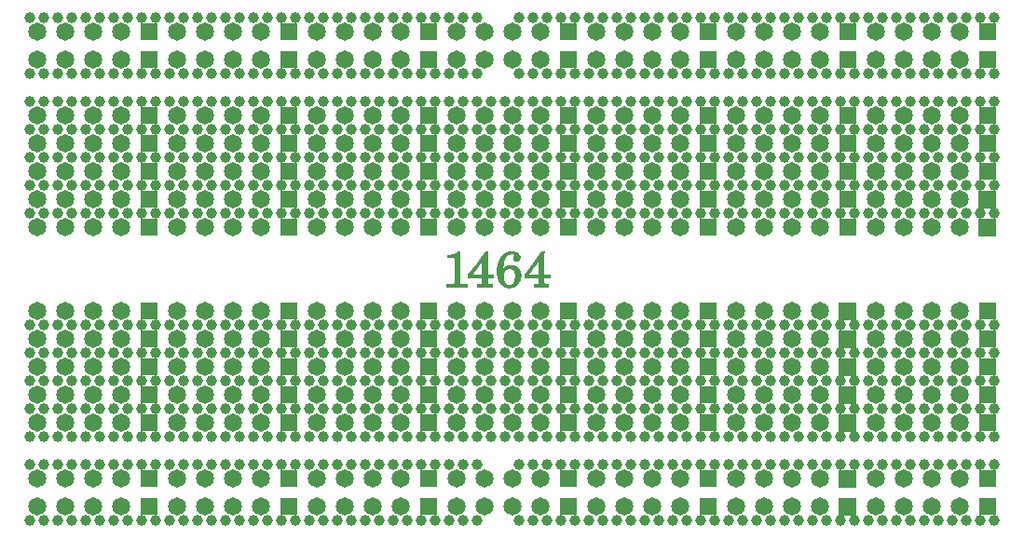
<source format=gtl>
%FSLAX34Y34*%
G04 Gerber Fmt 3.4, Leading zero omitted, Abs format*
G04 (created by PCBNEW (2014-06-11 BZR 4938)-product) date Thu 12 Jun 2014 09:05:45 AM CEST*
%MOIN*%
G01*
G70*
G90*
G04 APERTURE LIST*
%ADD10C,0.005906*%
%ADD11C,0.003937*%
%ADD12C,0.039370*%
%ADD13C,0.064961*%
%ADD14R,0.064961X0.064961*%
G04 APERTURE END LIST*
G54D10*
G54D11*
G36*
X28050Y-35225D02*
X28050Y-35243D01*
X28049Y-35260D01*
X28047Y-35274D01*
X28047Y-35276D01*
X28039Y-35317D01*
X28028Y-35357D01*
X28014Y-35395D01*
X27997Y-35431D01*
X27977Y-35465D01*
X27954Y-35496D01*
X27951Y-35500D01*
X27943Y-35509D01*
X27934Y-35519D01*
X27923Y-35530D01*
X27912Y-35541D01*
X27901Y-35552D01*
X27890Y-35561D01*
X27881Y-35568D01*
X27879Y-35570D01*
X27852Y-35588D01*
X27852Y-35233D01*
X27852Y-35216D01*
X27852Y-35203D01*
X27852Y-35192D01*
X27852Y-35183D01*
X27851Y-35175D01*
X27850Y-35168D01*
X27849Y-35162D01*
X27848Y-35155D01*
X27848Y-35154D01*
X27841Y-35121D01*
X27831Y-35091D01*
X27820Y-35064D01*
X27806Y-35040D01*
X27789Y-35019D01*
X27771Y-35001D01*
X27751Y-34986D01*
X27731Y-34975D01*
X27708Y-34966D01*
X27682Y-34960D01*
X27656Y-34957D01*
X27630Y-34958D01*
X27603Y-34961D01*
X27577Y-34967D01*
X27552Y-34977D01*
X27529Y-34989D01*
X27525Y-34992D01*
X27503Y-35008D01*
X27484Y-35028D01*
X27466Y-35050D01*
X27451Y-35075D01*
X27439Y-35103D01*
X27429Y-35133D01*
X27421Y-35166D01*
X27416Y-35201D01*
X27415Y-35209D01*
X27414Y-35219D01*
X27414Y-35231D01*
X27414Y-35244D01*
X27414Y-35259D01*
X27414Y-35273D01*
X27415Y-35286D01*
X27415Y-35297D01*
X27416Y-35301D01*
X27422Y-35337D01*
X27430Y-35371D01*
X27442Y-35404D01*
X27457Y-35437D01*
X27466Y-35454D01*
X27482Y-35479D01*
X27500Y-35501D01*
X27519Y-35520D01*
X27540Y-35536D01*
X27562Y-35549D01*
X27586Y-35558D01*
X27606Y-35563D01*
X27616Y-35565D01*
X27629Y-35565D01*
X27643Y-35566D01*
X27656Y-35565D01*
X27668Y-35564D01*
X27675Y-35563D01*
X27700Y-35556D01*
X27723Y-35546D01*
X27744Y-35532D01*
X27764Y-35515D01*
X27782Y-35495D01*
X27798Y-35471D01*
X27812Y-35445D01*
X27825Y-35415D01*
X27835Y-35382D01*
X27835Y-35382D01*
X27840Y-35363D01*
X27844Y-35346D01*
X27847Y-35328D01*
X27849Y-35310D01*
X27851Y-35291D01*
X27852Y-35270D01*
X27852Y-35246D01*
X27852Y-35233D01*
X27852Y-35588D01*
X27848Y-35591D01*
X27815Y-35608D01*
X27780Y-35622D01*
X27744Y-35633D01*
X27707Y-35640D01*
X27699Y-35642D01*
X27688Y-35643D01*
X27674Y-35643D01*
X27658Y-35644D01*
X27641Y-35644D01*
X27624Y-35644D01*
X27608Y-35644D01*
X27593Y-35643D01*
X27581Y-35642D01*
X27578Y-35642D01*
X27541Y-35635D01*
X27505Y-35624D01*
X27470Y-35610D01*
X27437Y-35593D01*
X27417Y-35581D01*
X27389Y-35560D01*
X27362Y-35536D01*
X27337Y-35509D01*
X27314Y-35480D01*
X27293Y-35449D01*
X27273Y-35412D01*
X27255Y-35372D01*
X27239Y-35330D01*
X27226Y-35286D01*
X27216Y-35240D01*
X27208Y-35193D01*
X27203Y-35145D01*
X27200Y-35095D01*
X27199Y-35045D01*
X27202Y-34995D01*
X27207Y-34944D01*
X27214Y-34893D01*
X27224Y-34842D01*
X27237Y-34793D01*
X27252Y-34743D01*
X27267Y-34705D01*
X27277Y-34680D01*
X27289Y-34653D01*
X27302Y-34627D01*
X27316Y-34601D01*
X27330Y-34577D01*
X27344Y-34556D01*
X27351Y-34546D01*
X27376Y-34514D01*
X27404Y-34484D01*
X27435Y-34457D01*
X27467Y-34433D01*
X27502Y-34411D01*
X27538Y-34393D01*
X27576Y-34379D01*
X27609Y-34369D01*
X27628Y-34364D01*
X27645Y-34361D01*
X27662Y-34358D01*
X27679Y-34357D01*
X27699Y-34356D01*
X27714Y-34355D01*
X27749Y-34355D01*
X27781Y-34358D01*
X27812Y-34363D01*
X27841Y-34370D01*
X27870Y-34380D01*
X27890Y-34389D01*
X27917Y-34404D01*
X27941Y-34420D01*
X27962Y-34439D01*
X27980Y-34459D01*
X27994Y-34481D01*
X28006Y-34505D01*
X28014Y-34530D01*
X28016Y-34539D01*
X28017Y-34550D01*
X28018Y-34563D01*
X28018Y-34578D01*
X28017Y-34591D01*
X28016Y-34603D01*
X28015Y-34605D01*
X28008Y-34627D01*
X27999Y-34646D01*
X27986Y-34662D01*
X27972Y-34676D01*
X27954Y-34687D01*
X27935Y-34695D01*
X27928Y-34697D01*
X27921Y-34698D01*
X27914Y-34699D01*
X27905Y-34699D01*
X27899Y-34699D01*
X27889Y-34699D01*
X27881Y-34699D01*
X27874Y-34698D01*
X27868Y-34696D01*
X27862Y-34694D01*
X27843Y-34686D01*
X27827Y-34675D01*
X27814Y-34662D01*
X27803Y-34647D01*
X27795Y-34630D01*
X27791Y-34611D01*
X27790Y-34591D01*
X27792Y-34571D01*
X27793Y-34569D01*
X27794Y-34561D01*
X27797Y-34552D01*
X27800Y-34544D01*
X27805Y-34533D01*
X27810Y-34521D01*
X27815Y-34512D01*
X27819Y-34503D01*
X27822Y-34496D01*
X27824Y-34489D01*
X27825Y-34486D01*
X27825Y-34486D01*
X27823Y-34474D01*
X27818Y-34464D01*
X27810Y-34455D01*
X27798Y-34447D01*
X27796Y-34446D01*
X27785Y-34442D01*
X27773Y-34438D01*
X27760Y-34436D01*
X27744Y-34434D01*
X27736Y-34434D01*
X27706Y-34434D01*
X27677Y-34438D01*
X27648Y-34446D01*
X27621Y-34457D01*
X27595Y-34471D01*
X27570Y-34489D01*
X27547Y-34510D01*
X27525Y-34534D01*
X27507Y-34559D01*
X27498Y-34573D01*
X27490Y-34585D01*
X27483Y-34598D01*
X27477Y-34611D01*
X27470Y-34627D01*
X27467Y-34634D01*
X27459Y-34653D01*
X27452Y-34671D01*
X27446Y-34689D01*
X27440Y-34707D01*
X27435Y-34726D01*
X27431Y-34746D01*
X27427Y-34767D01*
X27423Y-34790D01*
X27419Y-34815D01*
X27416Y-34842D01*
X27413Y-34872D01*
X27410Y-34905D01*
X27407Y-34928D01*
X27406Y-34943D01*
X27405Y-34957D01*
X27404Y-34969D01*
X27403Y-34980D01*
X27402Y-34988D01*
X27402Y-34993D01*
X27402Y-34994D01*
X27400Y-35004D01*
X27417Y-34984D01*
X27429Y-34970D01*
X27442Y-34956D01*
X27456Y-34942D01*
X27470Y-34929D01*
X27483Y-34917D01*
X27495Y-34908D01*
X27498Y-34906D01*
X27522Y-34890D01*
X27547Y-34877D01*
X27574Y-34866D01*
X27600Y-34857D01*
X27607Y-34856D01*
X27638Y-34850D01*
X27670Y-34847D01*
X27703Y-34846D01*
X27736Y-34848D01*
X27767Y-34853D01*
X27785Y-34857D01*
X27819Y-34867D01*
X27852Y-34881D01*
X27883Y-34897D01*
X27911Y-34917D01*
X27937Y-34939D01*
X27961Y-34964D01*
X27982Y-34991D01*
X28001Y-35021D01*
X28017Y-35053D01*
X28030Y-35087D01*
X28040Y-35123D01*
X28047Y-35157D01*
X28048Y-35171D01*
X28050Y-35188D01*
X28050Y-35206D01*
X28050Y-35225D01*
X28050Y-35225D01*
X28050Y-35225D01*
G37*
X28050Y-35225D02*
X28050Y-35243D01*
X28049Y-35260D01*
X28047Y-35274D01*
X28047Y-35276D01*
X28039Y-35317D01*
X28028Y-35357D01*
X28014Y-35395D01*
X27997Y-35431D01*
X27977Y-35465D01*
X27954Y-35496D01*
X27951Y-35500D01*
X27943Y-35509D01*
X27934Y-35519D01*
X27923Y-35530D01*
X27912Y-35541D01*
X27901Y-35552D01*
X27890Y-35561D01*
X27881Y-35568D01*
X27879Y-35570D01*
X27852Y-35588D01*
X27852Y-35233D01*
X27852Y-35216D01*
X27852Y-35203D01*
X27852Y-35192D01*
X27852Y-35183D01*
X27851Y-35175D01*
X27850Y-35168D01*
X27849Y-35162D01*
X27848Y-35155D01*
X27848Y-35154D01*
X27841Y-35121D01*
X27831Y-35091D01*
X27820Y-35064D01*
X27806Y-35040D01*
X27789Y-35019D01*
X27771Y-35001D01*
X27751Y-34986D01*
X27731Y-34975D01*
X27708Y-34966D01*
X27682Y-34960D01*
X27656Y-34957D01*
X27630Y-34958D01*
X27603Y-34961D01*
X27577Y-34967D01*
X27552Y-34977D01*
X27529Y-34989D01*
X27525Y-34992D01*
X27503Y-35008D01*
X27484Y-35028D01*
X27466Y-35050D01*
X27451Y-35075D01*
X27439Y-35103D01*
X27429Y-35133D01*
X27421Y-35166D01*
X27416Y-35201D01*
X27415Y-35209D01*
X27414Y-35219D01*
X27414Y-35231D01*
X27414Y-35244D01*
X27414Y-35259D01*
X27414Y-35273D01*
X27415Y-35286D01*
X27415Y-35297D01*
X27416Y-35301D01*
X27422Y-35337D01*
X27430Y-35371D01*
X27442Y-35404D01*
X27457Y-35437D01*
X27466Y-35454D01*
X27482Y-35479D01*
X27500Y-35501D01*
X27519Y-35520D01*
X27540Y-35536D01*
X27562Y-35549D01*
X27586Y-35558D01*
X27606Y-35563D01*
X27616Y-35565D01*
X27629Y-35565D01*
X27643Y-35566D01*
X27656Y-35565D01*
X27668Y-35564D01*
X27675Y-35563D01*
X27700Y-35556D01*
X27723Y-35546D01*
X27744Y-35532D01*
X27764Y-35515D01*
X27782Y-35495D01*
X27798Y-35471D01*
X27812Y-35445D01*
X27825Y-35415D01*
X27835Y-35382D01*
X27835Y-35382D01*
X27840Y-35363D01*
X27844Y-35346D01*
X27847Y-35328D01*
X27849Y-35310D01*
X27851Y-35291D01*
X27852Y-35270D01*
X27852Y-35246D01*
X27852Y-35233D01*
X27852Y-35588D01*
X27848Y-35591D01*
X27815Y-35608D01*
X27780Y-35622D01*
X27744Y-35633D01*
X27707Y-35640D01*
X27699Y-35642D01*
X27688Y-35643D01*
X27674Y-35643D01*
X27658Y-35644D01*
X27641Y-35644D01*
X27624Y-35644D01*
X27608Y-35644D01*
X27593Y-35643D01*
X27581Y-35642D01*
X27578Y-35642D01*
X27541Y-35635D01*
X27505Y-35624D01*
X27470Y-35610D01*
X27437Y-35593D01*
X27417Y-35581D01*
X27389Y-35560D01*
X27362Y-35536D01*
X27337Y-35509D01*
X27314Y-35480D01*
X27293Y-35449D01*
X27273Y-35412D01*
X27255Y-35372D01*
X27239Y-35330D01*
X27226Y-35286D01*
X27216Y-35240D01*
X27208Y-35193D01*
X27203Y-35145D01*
X27200Y-35095D01*
X27199Y-35045D01*
X27202Y-34995D01*
X27207Y-34944D01*
X27214Y-34893D01*
X27224Y-34842D01*
X27237Y-34793D01*
X27252Y-34743D01*
X27267Y-34705D01*
X27277Y-34680D01*
X27289Y-34653D01*
X27302Y-34627D01*
X27316Y-34601D01*
X27330Y-34577D01*
X27344Y-34556D01*
X27351Y-34546D01*
X27376Y-34514D01*
X27404Y-34484D01*
X27435Y-34457D01*
X27467Y-34433D01*
X27502Y-34411D01*
X27538Y-34393D01*
X27576Y-34379D01*
X27609Y-34369D01*
X27628Y-34364D01*
X27645Y-34361D01*
X27662Y-34358D01*
X27679Y-34357D01*
X27699Y-34356D01*
X27714Y-34355D01*
X27749Y-34355D01*
X27781Y-34358D01*
X27812Y-34363D01*
X27841Y-34370D01*
X27870Y-34380D01*
X27890Y-34389D01*
X27917Y-34404D01*
X27941Y-34420D01*
X27962Y-34439D01*
X27980Y-34459D01*
X27994Y-34481D01*
X28006Y-34505D01*
X28014Y-34530D01*
X28016Y-34539D01*
X28017Y-34550D01*
X28018Y-34563D01*
X28018Y-34578D01*
X28017Y-34591D01*
X28016Y-34603D01*
X28015Y-34605D01*
X28008Y-34627D01*
X27999Y-34646D01*
X27986Y-34662D01*
X27972Y-34676D01*
X27954Y-34687D01*
X27935Y-34695D01*
X27928Y-34697D01*
X27921Y-34698D01*
X27914Y-34699D01*
X27905Y-34699D01*
X27899Y-34699D01*
X27889Y-34699D01*
X27881Y-34699D01*
X27874Y-34698D01*
X27868Y-34696D01*
X27862Y-34694D01*
X27843Y-34686D01*
X27827Y-34675D01*
X27814Y-34662D01*
X27803Y-34647D01*
X27795Y-34630D01*
X27791Y-34611D01*
X27790Y-34591D01*
X27792Y-34571D01*
X27793Y-34569D01*
X27794Y-34561D01*
X27797Y-34552D01*
X27800Y-34544D01*
X27805Y-34533D01*
X27810Y-34521D01*
X27815Y-34512D01*
X27819Y-34503D01*
X27822Y-34496D01*
X27824Y-34489D01*
X27825Y-34486D01*
X27825Y-34486D01*
X27823Y-34474D01*
X27818Y-34464D01*
X27810Y-34455D01*
X27798Y-34447D01*
X27796Y-34446D01*
X27785Y-34442D01*
X27773Y-34438D01*
X27760Y-34436D01*
X27744Y-34434D01*
X27736Y-34434D01*
X27706Y-34434D01*
X27677Y-34438D01*
X27648Y-34446D01*
X27621Y-34457D01*
X27595Y-34471D01*
X27570Y-34489D01*
X27547Y-34510D01*
X27525Y-34534D01*
X27507Y-34559D01*
X27498Y-34573D01*
X27490Y-34585D01*
X27483Y-34598D01*
X27477Y-34611D01*
X27470Y-34627D01*
X27467Y-34634D01*
X27459Y-34653D01*
X27452Y-34671D01*
X27446Y-34689D01*
X27440Y-34707D01*
X27435Y-34726D01*
X27431Y-34746D01*
X27427Y-34767D01*
X27423Y-34790D01*
X27419Y-34815D01*
X27416Y-34842D01*
X27413Y-34872D01*
X27410Y-34905D01*
X27407Y-34928D01*
X27406Y-34943D01*
X27405Y-34957D01*
X27404Y-34969D01*
X27403Y-34980D01*
X27402Y-34988D01*
X27402Y-34993D01*
X27402Y-34994D01*
X27400Y-35004D01*
X27417Y-34984D01*
X27429Y-34970D01*
X27442Y-34956D01*
X27456Y-34942D01*
X27470Y-34929D01*
X27483Y-34917D01*
X27495Y-34908D01*
X27498Y-34906D01*
X27522Y-34890D01*
X27547Y-34877D01*
X27574Y-34866D01*
X27600Y-34857D01*
X27607Y-34856D01*
X27638Y-34850D01*
X27670Y-34847D01*
X27703Y-34846D01*
X27736Y-34848D01*
X27767Y-34853D01*
X27785Y-34857D01*
X27819Y-34867D01*
X27852Y-34881D01*
X27883Y-34897D01*
X27911Y-34917D01*
X27937Y-34939D01*
X27961Y-34964D01*
X27982Y-34991D01*
X28001Y-35021D01*
X28017Y-35053D01*
X28030Y-35087D01*
X28040Y-35123D01*
X28047Y-35157D01*
X28048Y-35171D01*
X28050Y-35188D01*
X28050Y-35206D01*
X28050Y-35225D01*
X28050Y-35225D01*
G36*
X26121Y-35618D02*
X25764Y-35618D01*
X25408Y-35618D01*
X25408Y-35575D01*
X25408Y-35533D01*
X25510Y-35532D01*
X25535Y-35531D01*
X25557Y-35531D01*
X25577Y-35531D01*
X25593Y-35530D01*
X25607Y-35530D01*
X25617Y-35529D01*
X25623Y-35529D01*
X25624Y-35529D01*
X25641Y-35525D01*
X25654Y-35520D01*
X25665Y-35514D01*
X25673Y-35507D01*
X25678Y-35497D01*
X25680Y-35492D01*
X25681Y-35491D01*
X25681Y-35489D01*
X25682Y-35488D01*
X25682Y-35486D01*
X25682Y-35483D01*
X25682Y-35480D01*
X25683Y-35475D01*
X25683Y-35470D01*
X25683Y-35464D01*
X25683Y-35456D01*
X25683Y-35447D01*
X25683Y-35436D01*
X25684Y-35424D01*
X25684Y-35410D01*
X25684Y-35393D01*
X25684Y-35375D01*
X25684Y-35354D01*
X25684Y-35331D01*
X25684Y-35305D01*
X25684Y-35277D01*
X25684Y-35245D01*
X25684Y-35211D01*
X25684Y-35173D01*
X25684Y-35132D01*
X25684Y-35087D01*
X25684Y-35053D01*
X25684Y-35005D01*
X25684Y-34960D01*
X25684Y-34919D01*
X25684Y-34882D01*
X25684Y-34847D01*
X25684Y-34816D01*
X25684Y-34787D01*
X25684Y-34761D01*
X25684Y-34738D01*
X25684Y-34717D01*
X25684Y-34698D01*
X25683Y-34682D01*
X25683Y-34667D01*
X25683Y-34655D01*
X25683Y-34644D01*
X25682Y-34635D01*
X25682Y-34627D01*
X25682Y-34620D01*
X25681Y-34614D01*
X25681Y-34610D01*
X25680Y-34606D01*
X25679Y-34603D01*
X25679Y-34601D01*
X25678Y-34599D01*
X25677Y-34597D01*
X25676Y-34595D01*
X25675Y-34593D01*
X25674Y-34592D01*
X25668Y-34583D01*
X25659Y-34576D01*
X25648Y-34571D01*
X25645Y-34570D01*
X25642Y-34570D01*
X25639Y-34569D01*
X25635Y-34568D01*
X25630Y-34568D01*
X25623Y-34568D01*
X25615Y-34567D01*
X25604Y-34567D01*
X25591Y-34567D01*
X25576Y-34567D01*
X25558Y-34567D01*
X25536Y-34566D01*
X25525Y-34566D01*
X25416Y-34566D01*
X25416Y-34527D01*
X25416Y-34488D01*
X25424Y-34487D01*
X25429Y-34486D01*
X25437Y-34486D01*
X25446Y-34485D01*
X25454Y-34485D01*
X25488Y-34482D01*
X25522Y-34477D01*
X25556Y-34471D01*
X25591Y-34463D01*
X25624Y-34454D01*
X25657Y-34444D01*
X25687Y-34432D01*
X25716Y-34420D01*
X25741Y-34407D01*
X25754Y-34399D01*
X25763Y-34393D01*
X25773Y-34385D01*
X25783Y-34378D01*
X25791Y-34370D01*
X25798Y-34364D01*
X25801Y-34361D01*
X25806Y-34355D01*
X25840Y-34355D01*
X25874Y-34355D01*
X25873Y-34364D01*
X25872Y-34370D01*
X25872Y-34379D01*
X25871Y-34390D01*
X25870Y-34404D01*
X25869Y-34420D01*
X25868Y-34437D01*
X25867Y-34456D01*
X25866Y-34474D01*
X25865Y-34493D01*
X25864Y-34509D01*
X25864Y-34516D01*
X25864Y-34526D01*
X25863Y-34539D01*
X25863Y-34556D01*
X25863Y-34575D01*
X25863Y-34596D01*
X25862Y-34620D01*
X25862Y-34646D01*
X25862Y-34674D01*
X25862Y-34704D01*
X25862Y-34736D01*
X25862Y-34768D01*
X25862Y-34803D01*
X25862Y-34838D01*
X25862Y-34874D01*
X25861Y-34910D01*
X25861Y-34947D01*
X25861Y-34985D01*
X25861Y-35022D01*
X25861Y-35059D01*
X25861Y-35096D01*
X25861Y-35133D01*
X25862Y-35169D01*
X25862Y-35204D01*
X25862Y-35237D01*
X25862Y-35270D01*
X25862Y-35301D01*
X25862Y-35331D01*
X25862Y-35358D01*
X25862Y-35384D01*
X25862Y-35407D01*
X25863Y-35428D01*
X25863Y-35447D01*
X25863Y-35462D01*
X25863Y-35475D01*
X25864Y-35484D01*
X25864Y-35491D01*
X25864Y-35493D01*
X25869Y-35501D01*
X25876Y-35509D01*
X25885Y-35516D01*
X25890Y-35519D01*
X25896Y-35521D01*
X25902Y-35523D01*
X25909Y-35525D01*
X25916Y-35527D01*
X25925Y-35528D01*
X25936Y-35529D01*
X25948Y-35530D01*
X25963Y-35530D01*
X25980Y-35531D01*
X26000Y-35531D01*
X26024Y-35532D01*
X26030Y-35532D01*
X26121Y-35533D01*
X26121Y-35575D01*
X26121Y-35618D01*
X26121Y-35618D01*
X26121Y-35618D01*
G37*
X26121Y-35618D02*
X25764Y-35618D01*
X25408Y-35618D01*
X25408Y-35575D01*
X25408Y-35533D01*
X25510Y-35532D01*
X25535Y-35531D01*
X25557Y-35531D01*
X25577Y-35531D01*
X25593Y-35530D01*
X25607Y-35530D01*
X25617Y-35529D01*
X25623Y-35529D01*
X25624Y-35529D01*
X25641Y-35525D01*
X25654Y-35520D01*
X25665Y-35514D01*
X25673Y-35507D01*
X25678Y-35497D01*
X25680Y-35492D01*
X25681Y-35491D01*
X25681Y-35489D01*
X25682Y-35488D01*
X25682Y-35486D01*
X25682Y-35483D01*
X25682Y-35480D01*
X25683Y-35475D01*
X25683Y-35470D01*
X25683Y-35464D01*
X25683Y-35456D01*
X25683Y-35447D01*
X25683Y-35436D01*
X25684Y-35424D01*
X25684Y-35410D01*
X25684Y-35393D01*
X25684Y-35375D01*
X25684Y-35354D01*
X25684Y-35331D01*
X25684Y-35305D01*
X25684Y-35277D01*
X25684Y-35245D01*
X25684Y-35211D01*
X25684Y-35173D01*
X25684Y-35132D01*
X25684Y-35087D01*
X25684Y-35053D01*
X25684Y-35005D01*
X25684Y-34960D01*
X25684Y-34919D01*
X25684Y-34882D01*
X25684Y-34847D01*
X25684Y-34816D01*
X25684Y-34787D01*
X25684Y-34761D01*
X25684Y-34738D01*
X25684Y-34717D01*
X25684Y-34698D01*
X25683Y-34682D01*
X25683Y-34667D01*
X25683Y-34655D01*
X25683Y-34644D01*
X25682Y-34635D01*
X25682Y-34627D01*
X25682Y-34620D01*
X25681Y-34614D01*
X25681Y-34610D01*
X25680Y-34606D01*
X25679Y-34603D01*
X25679Y-34601D01*
X25678Y-34599D01*
X25677Y-34597D01*
X25676Y-34595D01*
X25675Y-34593D01*
X25674Y-34592D01*
X25668Y-34583D01*
X25659Y-34576D01*
X25648Y-34571D01*
X25645Y-34570D01*
X25642Y-34570D01*
X25639Y-34569D01*
X25635Y-34568D01*
X25630Y-34568D01*
X25623Y-34568D01*
X25615Y-34567D01*
X25604Y-34567D01*
X25591Y-34567D01*
X25576Y-34567D01*
X25558Y-34567D01*
X25536Y-34566D01*
X25525Y-34566D01*
X25416Y-34566D01*
X25416Y-34527D01*
X25416Y-34488D01*
X25424Y-34487D01*
X25429Y-34486D01*
X25437Y-34486D01*
X25446Y-34485D01*
X25454Y-34485D01*
X25488Y-34482D01*
X25522Y-34477D01*
X25556Y-34471D01*
X25591Y-34463D01*
X25624Y-34454D01*
X25657Y-34444D01*
X25687Y-34432D01*
X25716Y-34420D01*
X25741Y-34407D01*
X25754Y-34399D01*
X25763Y-34393D01*
X25773Y-34385D01*
X25783Y-34378D01*
X25791Y-34370D01*
X25798Y-34364D01*
X25801Y-34361D01*
X25806Y-34355D01*
X25840Y-34355D01*
X25874Y-34355D01*
X25873Y-34364D01*
X25872Y-34370D01*
X25872Y-34379D01*
X25871Y-34390D01*
X25870Y-34404D01*
X25869Y-34420D01*
X25868Y-34437D01*
X25867Y-34456D01*
X25866Y-34474D01*
X25865Y-34493D01*
X25864Y-34509D01*
X25864Y-34516D01*
X25864Y-34526D01*
X25863Y-34539D01*
X25863Y-34556D01*
X25863Y-34575D01*
X25863Y-34596D01*
X25862Y-34620D01*
X25862Y-34646D01*
X25862Y-34674D01*
X25862Y-34704D01*
X25862Y-34736D01*
X25862Y-34768D01*
X25862Y-34803D01*
X25862Y-34838D01*
X25862Y-34874D01*
X25861Y-34910D01*
X25861Y-34947D01*
X25861Y-34985D01*
X25861Y-35022D01*
X25861Y-35059D01*
X25861Y-35096D01*
X25861Y-35133D01*
X25862Y-35169D01*
X25862Y-35204D01*
X25862Y-35237D01*
X25862Y-35270D01*
X25862Y-35301D01*
X25862Y-35331D01*
X25862Y-35358D01*
X25862Y-35384D01*
X25862Y-35407D01*
X25863Y-35428D01*
X25863Y-35447D01*
X25863Y-35462D01*
X25863Y-35475D01*
X25864Y-35484D01*
X25864Y-35491D01*
X25864Y-35493D01*
X25869Y-35501D01*
X25876Y-35509D01*
X25885Y-35516D01*
X25890Y-35519D01*
X25896Y-35521D01*
X25902Y-35523D01*
X25909Y-35525D01*
X25916Y-35527D01*
X25925Y-35528D01*
X25936Y-35529D01*
X25948Y-35530D01*
X25963Y-35530D01*
X25980Y-35531D01*
X26000Y-35531D01*
X26024Y-35532D01*
X26030Y-35532D01*
X26121Y-35533D01*
X26121Y-35575D01*
X26121Y-35618D01*
X26121Y-35618D01*
G36*
X27072Y-35304D02*
X26963Y-35304D01*
X26855Y-35304D01*
X26856Y-35392D01*
X26856Y-35412D01*
X26856Y-35429D01*
X26856Y-35443D01*
X26856Y-35455D01*
X26857Y-35464D01*
X26857Y-35471D01*
X26857Y-35477D01*
X26858Y-35481D01*
X26859Y-35485D01*
X26859Y-35488D01*
X26860Y-35491D01*
X26860Y-35491D01*
X26865Y-35502D01*
X26872Y-35511D01*
X26882Y-35518D01*
X26894Y-35523D01*
X26910Y-35527D01*
X26918Y-35528D01*
X26923Y-35529D01*
X26932Y-35530D01*
X26943Y-35530D01*
X26955Y-35531D01*
X26969Y-35531D01*
X26978Y-35532D01*
X27025Y-35533D01*
X27025Y-35575D01*
X27025Y-35618D01*
X26763Y-35618D01*
X26500Y-35618D01*
X26500Y-35575D01*
X26500Y-35533D01*
X26553Y-35532D01*
X26567Y-35531D01*
X26581Y-35531D01*
X26594Y-35530D01*
X26605Y-35530D01*
X26613Y-35529D01*
X26619Y-35528D01*
X26619Y-35528D01*
X26635Y-35525D01*
X26649Y-35520D01*
X26660Y-35514D01*
X26668Y-35506D01*
X26674Y-35497D01*
X26674Y-35496D01*
X26678Y-35486D01*
X26679Y-35395D01*
X26680Y-35304D01*
X26679Y-35304D01*
X26679Y-35203D01*
X26679Y-34934D01*
X26679Y-34902D01*
X26679Y-34872D01*
X26679Y-34843D01*
X26679Y-34815D01*
X26679Y-34789D01*
X26679Y-34765D01*
X26679Y-34743D01*
X26679Y-34724D01*
X26679Y-34706D01*
X26679Y-34692D01*
X26679Y-34680D01*
X26679Y-34672D01*
X26679Y-34667D01*
X26679Y-34665D01*
X26678Y-34667D01*
X26674Y-34671D01*
X26669Y-34678D01*
X26662Y-34688D01*
X26654Y-34700D01*
X26643Y-34714D01*
X26632Y-34729D01*
X26619Y-34747D01*
X26605Y-34766D01*
X26590Y-34787D01*
X26575Y-34808D01*
X26558Y-34831D01*
X26541Y-34854D01*
X26524Y-34878D01*
X26506Y-34903D01*
X26488Y-34927D01*
X26470Y-34952D01*
X26453Y-34976D01*
X26435Y-35001D01*
X26418Y-35024D01*
X26401Y-35047D01*
X26385Y-35070D01*
X26370Y-35091D01*
X26356Y-35110D01*
X26342Y-35129D01*
X26330Y-35145D01*
X26319Y-35160D01*
X26310Y-35173D01*
X26302Y-35184D01*
X26296Y-35192D01*
X26292Y-35198D01*
X26290Y-35201D01*
X26290Y-35201D01*
X26291Y-35202D01*
X26297Y-35202D01*
X26306Y-35202D01*
X26319Y-35203D01*
X26335Y-35203D01*
X26355Y-35203D01*
X26379Y-35203D01*
X26407Y-35203D01*
X26439Y-35203D01*
X26474Y-35203D01*
X26484Y-35203D01*
X26679Y-35203D01*
X26679Y-35304D01*
X26428Y-35304D01*
X26177Y-35304D01*
X26177Y-35253D01*
X26178Y-35201D01*
X26481Y-34778D01*
X26785Y-34355D01*
X26825Y-34355D01*
X26864Y-34355D01*
X26864Y-34361D01*
X26864Y-34364D01*
X26864Y-34371D01*
X26863Y-34380D01*
X26863Y-34391D01*
X26862Y-34403D01*
X26862Y-34407D01*
X26861Y-34420D01*
X26860Y-34434D01*
X26859Y-34449D01*
X26859Y-34467D01*
X26858Y-34486D01*
X26858Y-34506D01*
X26857Y-34529D01*
X26857Y-34555D01*
X26856Y-34582D01*
X26856Y-34612D01*
X26856Y-34645D01*
X26856Y-34680D01*
X26855Y-34719D01*
X26855Y-34761D01*
X26855Y-34806D01*
X26855Y-34854D01*
X26855Y-34906D01*
X26855Y-34907D01*
X26855Y-35203D01*
X26964Y-35203D01*
X27072Y-35203D01*
X27072Y-35254D01*
X27072Y-35304D01*
X27072Y-35304D01*
X27072Y-35304D01*
G37*
X27072Y-35304D02*
X26963Y-35304D01*
X26855Y-35304D01*
X26856Y-35392D01*
X26856Y-35412D01*
X26856Y-35429D01*
X26856Y-35443D01*
X26856Y-35455D01*
X26857Y-35464D01*
X26857Y-35471D01*
X26857Y-35477D01*
X26858Y-35481D01*
X26859Y-35485D01*
X26859Y-35488D01*
X26860Y-35491D01*
X26860Y-35491D01*
X26865Y-35502D01*
X26872Y-35511D01*
X26882Y-35518D01*
X26894Y-35523D01*
X26910Y-35527D01*
X26918Y-35528D01*
X26923Y-35529D01*
X26932Y-35530D01*
X26943Y-35530D01*
X26955Y-35531D01*
X26969Y-35531D01*
X26978Y-35532D01*
X27025Y-35533D01*
X27025Y-35575D01*
X27025Y-35618D01*
X26763Y-35618D01*
X26500Y-35618D01*
X26500Y-35575D01*
X26500Y-35533D01*
X26553Y-35532D01*
X26567Y-35531D01*
X26581Y-35531D01*
X26594Y-35530D01*
X26605Y-35530D01*
X26613Y-35529D01*
X26619Y-35528D01*
X26619Y-35528D01*
X26635Y-35525D01*
X26649Y-35520D01*
X26660Y-35514D01*
X26668Y-35506D01*
X26674Y-35497D01*
X26674Y-35496D01*
X26678Y-35486D01*
X26679Y-35395D01*
X26680Y-35304D01*
X26679Y-35304D01*
X26679Y-35203D01*
X26679Y-34934D01*
X26679Y-34902D01*
X26679Y-34872D01*
X26679Y-34843D01*
X26679Y-34815D01*
X26679Y-34789D01*
X26679Y-34765D01*
X26679Y-34743D01*
X26679Y-34724D01*
X26679Y-34706D01*
X26679Y-34692D01*
X26679Y-34680D01*
X26679Y-34672D01*
X26679Y-34667D01*
X26679Y-34665D01*
X26678Y-34667D01*
X26674Y-34671D01*
X26669Y-34678D01*
X26662Y-34688D01*
X26654Y-34700D01*
X26643Y-34714D01*
X26632Y-34729D01*
X26619Y-34747D01*
X26605Y-34766D01*
X26590Y-34787D01*
X26575Y-34808D01*
X26558Y-34831D01*
X26541Y-34854D01*
X26524Y-34878D01*
X26506Y-34903D01*
X26488Y-34927D01*
X26470Y-34952D01*
X26453Y-34976D01*
X26435Y-35001D01*
X26418Y-35024D01*
X26401Y-35047D01*
X26385Y-35070D01*
X26370Y-35091D01*
X26356Y-35110D01*
X26342Y-35129D01*
X26330Y-35145D01*
X26319Y-35160D01*
X26310Y-35173D01*
X26302Y-35184D01*
X26296Y-35192D01*
X26292Y-35198D01*
X26290Y-35201D01*
X26290Y-35201D01*
X26291Y-35202D01*
X26297Y-35202D01*
X26306Y-35202D01*
X26319Y-35203D01*
X26335Y-35203D01*
X26355Y-35203D01*
X26379Y-35203D01*
X26407Y-35203D01*
X26439Y-35203D01*
X26474Y-35203D01*
X26484Y-35203D01*
X26679Y-35203D01*
X26679Y-35304D01*
X26428Y-35304D01*
X26177Y-35304D01*
X26177Y-35253D01*
X26178Y-35201D01*
X26481Y-34778D01*
X26785Y-34355D01*
X26825Y-34355D01*
X26864Y-34355D01*
X26864Y-34361D01*
X26864Y-34364D01*
X26864Y-34371D01*
X26863Y-34380D01*
X26863Y-34391D01*
X26862Y-34403D01*
X26862Y-34407D01*
X26861Y-34420D01*
X26860Y-34434D01*
X26859Y-34449D01*
X26859Y-34467D01*
X26858Y-34486D01*
X26858Y-34506D01*
X26857Y-34529D01*
X26857Y-34555D01*
X26856Y-34582D01*
X26856Y-34612D01*
X26856Y-34645D01*
X26856Y-34680D01*
X26855Y-34719D01*
X26855Y-34761D01*
X26855Y-34806D01*
X26855Y-34854D01*
X26855Y-34906D01*
X26855Y-34907D01*
X26855Y-35203D01*
X26964Y-35203D01*
X27072Y-35203D01*
X27072Y-35254D01*
X27072Y-35304D01*
X27072Y-35304D01*
G36*
X29091Y-35304D02*
X28982Y-35304D01*
X28874Y-35304D01*
X28874Y-35395D01*
X28875Y-35486D01*
X28879Y-35496D01*
X28885Y-35506D01*
X28893Y-35514D01*
X28904Y-35520D01*
X28917Y-35525D01*
X28934Y-35528D01*
X28935Y-35528D01*
X28940Y-35529D01*
X28949Y-35530D01*
X28960Y-35530D01*
X28972Y-35531D01*
X28986Y-35531D01*
X28995Y-35532D01*
X29042Y-35533D01*
X29042Y-35575D01*
X29042Y-35618D01*
X28779Y-35618D01*
X28517Y-35618D01*
X28517Y-35575D01*
X28517Y-35533D01*
X28570Y-35532D01*
X28584Y-35531D01*
X28598Y-35531D01*
X28611Y-35530D01*
X28622Y-35530D01*
X28630Y-35529D01*
X28635Y-35529D01*
X28635Y-35529D01*
X28652Y-35525D01*
X28666Y-35520D01*
X28677Y-35514D01*
X28685Y-35506D01*
X28691Y-35497D01*
X28693Y-35491D01*
X28694Y-35488D01*
X28694Y-35485D01*
X28695Y-35482D01*
X28696Y-35477D01*
X28696Y-35472D01*
X28696Y-35465D01*
X28697Y-35456D01*
X28697Y-35445D01*
X28697Y-35431D01*
X28697Y-35415D01*
X28698Y-35395D01*
X28698Y-35392D01*
X28699Y-35304D01*
X28698Y-35304D01*
X28698Y-35203D01*
X28698Y-34933D01*
X28698Y-34896D01*
X28698Y-34862D01*
X28698Y-34832D01*
X28698Y-34805D01*
X28698Y-34781D01*
X28698Y-34760D01*
X28698Y-34742D01*
X28698Y-34726D01*
X28698Y-34712D01*
X28698Y-34701D01*
X28698Y-34692D01*
X28697Y-34684D01*
X28697Y-34678D01*
X28697Y-34674D01*
X28697Y-34670D01*
X28696Y-34668D01*
X28696Y-34667D01*
X28696Y-34666D01*
X28695Y-34666D01*
X28695Y-34667D01*
X28695Y-34667D01*
X28693Y-34669D01*
X28690Y-34674D01*
X28684Y-34681D01*
X28677Y-34691D01*
X28668Y-34704D01*
X28657Y-34719D01*
X28645Y-34736D01*
X28631Y-34754D01*
X28616Y-34775D01*
X28600Y-34797D01*
X28583Y-34821D01*
X28565Y-34845D01*
X28546Y-34871D01*
X28526Y-34899D01*
X28506Y-34926D01*
X28500Y-34935D01*
X28480Y-34963D01*
X28460Y-34990D01*
X28441Y-35017D01*
X28423Y-35042D01*
X28405Y-35066D01*
X28389Y-35088D01*
X28374Y-35109D01*
X28360Y-35128D01*
X28347Y-35145D01*
X28336Y-35161D01*
X28327Y-35174D01*
X28319Y-35184D01*
X28313Y-35193D01*
X28309Y-35198D01*
X28307Y-35201D01*
X28307Y-35201D01*
X28307Y-35201D01*
X28309Y-35202D01*
X28313Y-35202D01*
X28318Y-35202D01*
X28325Y-35202D01*
X28335Y-35203D01*
X28347Y-35203D01*
X28361Y-35203D01*
X28378Y-35203D01*
X28398Y-35203D01*
X28421Y-35203D01*
X28447Y-35203D01*
X28477Y-35203D01*
X28502Y-35203D01*
X28698Y-35203D01*
X28698Y-35304D01*
X28446Y-35304D01*
X28193Y-35304D01*
X28193Y-35253D01*
X28194Y-35202D01*
X28498Y-34779D01*
X28802Y-34356D01*
X28842Y-34355D01*
X28881Y-34355D01*
X28881Y-34363D01*
X28881Y-34368D01*
X28881Y-34376D01*
X28880Y-34385D01*
X28879Y-34397D01*
X28878Y-34409D01*
X28878Y-34413D01*
X28878Y-34418D01*
X28877Y-34423D01*
X28877Y-34430D01*
X28877Y-34437D01*
X28877Y-34445D01*
X28876Y-34454D01*
X28876Y-34464D01*
X28876Y-34476D01*
X28876Y-34490D01*
X28876Y-34505D01*
X28875Y-34523D01*
X28875Y-34542D01*
X28875Y-34564D01*
X28875Y-34588D01*
X28875Y-34615D01*
X28875Y-34644D01*
X28875Y-34677D01*
X28875Y-34712D01*
X28875Y-34751D01*
X28874Y-34793D01*
X28874Y-34828D01*
X28874Y-35203D01*
X28982Y-35203D01*
X29091Y-35203D01*
X29091Y-35254D01*
X29091Y-35304D01*
X29091Y-35304D01*
X29091Y-35304D01*
G37*
X29091Y-35304D02*
X28982Y-35304D01*
X28874Y-35304D01*
X28874Y-35395D01*
X28875Y-35486D01*
X28879Y-35496D01*
X28885Y-35506D01*
X28893Y-35514D01*
X28904Y-35520D01*
X28917Y-35525D01*
X28934Y-35528D01*
X28935Y-35528D01*
X28940Y-35529D01*
X28949Y-35530D01*
X28960Y-35530D01*
X28972Y-35531D01*
X28986Y-35531D01*
X28995Y-35532D01*
X29042Y-35533D01*
X29042Y-35575D01*
X29042Y-35618D01*
X28779Y-35618D01*
X28517Y-35618D01*
X28517Y-35575D01*
X28517Y-35533D01*
X28570Y-35532D01*
X28584Y-35531D01*
X28598Y-35531D01*
X28611Y-35530D01*
X28622Y-35530D01*
X28630Y-35529D01*
X28635Y-35529D01*
X28635Y-35529D01*
X28652Y-35525D01*
X28666Y-35520D01*
X28677Y-35514D01*
X28685Y-35506D01*
X28691Y-35497D01*
X28693Y-35491D01*
X28694Y-35488D01*
X28694Y-35485D01*
X28695Y-35482D01*
X28696Y-35477D01*
X28696Y-35472D01*
X28696Y-35465D01*
X28697Y-35456D01*
X28697Y-35445D01*
X28697Y-35431D01*
X28697Y-35415D01*
X28698Y-35395D01*
X28698Y-35392D01*
X28699Y-35304D01*
X28698Y-35304D01*
X28698Y-35203D01*
X28698Y-34933D01*
X28698Y-34896D01*
X28698Y-34862D01*
X28698Y-34832D01*
X28698Y-34805D01*
X28698Y-34781D01*
X28698Y-34760D01*
X28698Y-34742D01*
X28698Y-34726D01*
X28698Y-34712D01*
X28698Y-34701D01*
X28698Y-34692D01*
X28697Y-34684D01*
X28697Y-34678D01*
X28697Y-34674D01*
X28697Y-34670D01*
X28696Y-34668D01*
X28696Y-34667D01*
X28696Y-34666D01*
X28695Y-34666D01*
X28695Y-34667D01*
X28695Y-34667D01*
X28693Y-34669D01*
X28690Y-34674D01*
X28684Y-34681D01*
X28677Y-34691D01*
X28668Y-34704D01*
X28657Y-34719D01*
X28645Y-34736D01*
X28631Y-34754D01*
X28616Y-34775D01*
X28600Y-34797D01*
X28583Y-34821D01*
X28565Y-34845D01*
X28546Y-34871D01*
X28526Y-34899D01*
X28506Y-34926D01*
X28500Y-34935D01*
X28480Y-34963D01*
X28460Y-34990D01*
X28441Y-35017D01*
X28423Y-35042D01*
X28405Y-35066D01*
X28389Y-35088D01*
X28374Y-35109D01*
X28360Y-35128D01*
X28347Y-35145D01*
X28336Y-35161D01*
X28327Y-35174D01*
X28319Y-35184D01*
X28313Y-35193D01*
X28309Y-35198D01*
X28307Y-35201D01*
X28307Y-35201D01*
X28307Y-35201D01*
X28309Y-35202D01*
X28313Y-35202D01*
X28318Y-35202D01*
X28325Y-35202D01*
X28335Y-35203D01*
X28347Y-35203D01*
X28361Y-35203D01*
X28378Y-35203D01*
X28398Y-35203D01*
X28421Y-35203D01*
X28447Y-35203D01*
X28477Y-35203D01*
X28502Y-35203D01*
X28698Y-35203D01*
X28698Y-35304D01*
X28446Y-35304D01*
X28193Y-35304D01*
X28193Y-35253D01*
X28194Y-35202D01*
X28498Y-34779D01*
X28802Y-34356D01*
X28842Y-34355D01*
X28881Y-34355D01*
X28881Y-34363D01*
X28881Y-34368D01*
X28881Y-34376D01*
X28880Y-34385D01*
X28879Y-34397D01*
X28878Y-34409D01*
X28878Y-34413D01*
X28878Y-34418D01*
X28877Y-34423D01*
X28877Y-34430D01*
X28877Y-34437D01*
X28877Y-34445D01*
X28876Y-34454D01*
X28876Y-34464D01*
X28876Y-34476D01*
X28876Y-34490D01*
X28876Y-34505D01*
X28875Y-34523D01*
X28875Y-34542D01*
X28875Y-34564D01*
X28875Y-34588D01*
X28875Y-34615D01*
X28875Y-34644D01*
X28875Y-34677D01*
X28875Y-34712D01*
X28875Y-34751D01*
X28874Y-34793D01*
X28874Y-34828D01*
X28874Y-35203D01*
X28982Y-35203D01*
X29091Y-35203D01*
X29091Y-35254D01*
X29091Y-35304D01*
X29091Y-35304D01*
G54D12*
X26500Y-44000D03*
X28000Y-44000D03*
X28500Y-44000D03*
X29000Y-44000D03*
X29500Y-44000D03*
X30000Y-44000D03*
X26500Y-42000D03*
X28000Y-42000D03*
X28500Y-42000D03*
X29000Y-42000D03*
X29500Y-42000D03*
X30000Y-42000D03*
X26500Y-28000D03*
X28000Y-28000D03*
X28500Y-28000D03*
X29000Y-28000D03*
X29500Y-28000D03*
X30000Y-28000D03*
X26500Y-26000D03*
X28000Y-26000D03*
X28500Y-26000D03*
X29000Y-26000D03*
X29500Y-26000D03*
X30000Y-26000D03*
G54D13*
X10750Y-33500D03*
X11750Y-33500D03*
X12750Y-33500D03*
X13750Y-33500D03*
G54D14*
X14750Y-33500D03*
G54D13*
X15750Y-33500D03*
X16750Y-33500D03*
X17750Y-33500D03*
G54D12*
X26500Y-32000D03*
X27000Y-32000D03*
X27500Y-32000D03*
X28000Y-32000D03*
X28500Y-32000D03*
X29000Y-32000D03*
X29500Y-32000D03*
X30000Y-32000D03*
G54D14*
X34750Y-38500D03*
G54D13*
X35750Y-38500D03*
X36750Y-38500D03*
X37750Y-38500D03*
X38750Y-38500D03*
G54D10*
G36*
X39425Y-38824D02*
X39425Y-38175D01*
X40074Y-38175D01*
X40074Y-38824D01*
X39425Y-38824D01*
X39425Y-38824D01*
G37*
G54D13*
X40750Y-38500D03*
X41750Y-38500D03*
X26750Y-38500D03*
X27750Y-38500D03*
X28750Y-38500D03*
G54D14*
X29750Y-38500D03*
G54D13*
X30750Y-38500D03*
X31750Y-38500D03*
X32750Y-38500D03*
X33750Y-38500D03*
X10750Y-40500D03*
X11750Y-40500D03*
X12750Y-40500D03*
X13750Y-40500D03*
G54D14*
X14750Y-40500D03*
G54D13*
X15750Y-40500D03*
X16750Y-40500D03*
X17750Y-40500D03*
G54D14*
X34750Y-31500D03*
G54D13*
X35750Y-31500D03*
X36750Y-31500D03*
X37750Y-31500D03*
X38750Y-31500D03*
G54D14*
X39750Y-31500D03*
G54D13*
X40750Y-31500D03*
X41750Y-31500D03*
X26750Y-30500D03*
X27750Y-30500D03*
X28750Y-30500D03*
G54D14*
X29750Y-30500D03*
G54D13*
X30750Y-30500D03*
X31750Y-30500D03*
X32750Y-30500D03*
X33750Y-30500D03*
X18750Y-30500D03*
G54D14*
X19750Y-30500D03*
G54D13*
X20750Y-30500D03*
X21750Y-30500D03*
X22750Y-30500D03*
X23750Y-30500D03*
G54D14*
X24750Y-30500D03*
G54D13*
X25750Y-30500D03*
X42750Y-32500D03*
X43750Y-32500D03*
G54D10*
G36*
X44425Y-32824D02*
X44425Y-32175D01*
X45074Y-32175D01*
X45074Y-32824D01*
X44425Y-32824D01*
X44425Y-32824D01*
G37*
G54D13*
X42750Y-31500D03*
X43750Y-31500D03*
G54D14*
X44750Y-31500D03*
G54D13*
X42750Y-30500D03*
X43750Y-30500D03*
G54D14*
X44750Y-30500D03*
G54D13*
X42750Y-29500D03*
X43750Y-29500D03*
G54D14*
X44750Y-29500D03*
G54D13*
X42750Y-27500D03*
X43750Y-27500D03*
G54D14*
X44750Y-27500D03*
G54D13*
X42750Y-26500D03*
X43750Y-26500D03*
G54D14*
X44750Y-26500D03*
G54D13*
X42750Y-33500D03*
X43750Y-33500D03*
G54D10*
G36*
X44425Y-33824D02*
X44425Y-33175D01*
X45074Y-33175D01*
X45074Y-33824D01*
X44425Y-33824D01*
X44425Y-33824D01*
G37*
G54D13*
X42750Y-40500D03*
X43750Y-40500D03*
G54D14*
X44750Y-40500D03*
G54D13*
X42750Y-39500D03*
X43750Y-39500D03*
G54D14*
X44750Y-39500D03*
G54D13*
X42750Y-38500D03*
X43750Y-38500D03*
G54D14*
X44750Y-38500D03*
G54D13*
X42750Y-37500D03*
X43750Y-37500D03*
G54D14*
X44750Y-37500D03*
G54D13*
X42750Y-36500D03*
X43750Y-36500D03*
G54D14*
X44750Y-36500D03*
G54D13*
X42750Y-43500D03*
X43750Y-43500D03*
G54D14*
X44750Y-43500D03*
G54D13*
X42750Y-42500D03*
X43750Y-42500D03*
G54D14*
X44750Y-42500D03*
G54D12*
X42500Y-26000D03*
X43000Y-26000D03*
X43500Y-26000D03*
X44000Y-26000D03*
X44500Y-26000D03*
X45000Y-26000D03*
X42500Y-28000D03*
X43000Y-28000D03*
X43500Y-28000D03*
X44000Y-28000D03*
X44500Y-28000D03*
X45000Y-28000D03*
X42500Y-29000D03*
X43000Y-29000D03*
X43500Y-29000D03*
X44000Y-29000D03*
X44500Y-29000D03*
X45000Y-29000D03*
X42500Y-30000D03*
X43000Y-30000D03*
X43500Y-30000D03*
X44000Y-30000D03*
X44500Y-30000D03*
X45000Y-30000D03*
X42500Y-31000D03*
X43000Y-31000D03*
X43500Y-31000D03*
X44000Y-31000D03*
X44500Y-31000D03*
X45000Y-31000D03*
X42500Y-32000D03*
X43000Y-32000D03*
X43500Y-32000D03*
X44000Y-32000D03*
X44500Y-32000D03*
X45000Y-32000D03*
X42500Y-33000D03*
X43000Y-33000D03*
X43500Y-33000D03*
X44000Y-33000D03*
X44500Y-33000D03*
X45000Y-33000D03*
X42500Y-44000D03*
X43000Y-44000D03*
X43500Y-44000D03*
X44000Y-44000D03*
X44500Y-44000D03*
X45000Y-44000D03*
X42500Y-42000D03*
X43000Y-42000D03*
X43500Y-42000D03*
X44000Y-42000D03*
X44500Y-42000D03*
X45000Y-42000D03*
X42500Y-41000D03*
X43000Y-41000D03*
X43500Y-41000D03*
X44000Y-41000D03*
X44500Y-41000D03*
X45000Y-41000D03*
X42500Y-40000D03*
X43000Y-40000D03*
X43500Y-40000D03*
X44000Y-40000D03*
X44500Y-40000D03*
X45000Y-40000D03*
X42500Y-39000D03*
X43000Y-39000D03*
X43500Y-39000D03*
X44000Y-39000D03*
X44500Y-39000D03*
X45000Y-39000D03*
X42500Y-38000D03*
X43000Y-38000D03*
X43500Y-38000D03*
X44000Y-38000D03*
X44500Y-38000D03*
X45000Y-38000D03*
X42500Y-37000D03*
X43000Y-37000D03*
X43500Y-37000D03*
X44000Y-37000D03*
X44500Y-37000D03*
X45000Y-37000D03*
X30500Y-29000D03*
X31000Y-29000D03*
X31500Y-29000D03*
X32000Y-29000D03*
X32500Y-29000D03*
X33000Y-29000D03*
X33500Y-29000D03*
X34000Y-29000D03*
G54D13*
X26750Y-33500D03*
X27750Y-33500D03*
X28750Y-33500D03*
G54D14*
X29750Y-33500D03*
G54D13*
X30750Y-33500D03*
X31750Y-33500D03*
X32750Y-33500D03*
X33750Y-33500D03*
X26750Y-29500D03*
X27750Y-29500D03*
X28750Y-29500D03*
G54D14*
X29750Y-29500D03*
G54D13*
X30750Y-29500D03*
X31750Y-29500D03*
X32750Y-29500D03*
X33750Y-29500D03*
X26750Y-31500D03*
X27750Y-31500D03*
X28750Y-31500D03*
G54D14*
X29750Y-31500D03*
G54D13*
X30750Y-31500D03*
X31750Y-31500D03*
X32750Y-31500D03*
X33750Y-31500D03*
X26750Y-32500D03*
X27750Y-32500D03*
X28750Y-32500D03*
G54D14*
X29750Y-32500D03*
G54D13*
X30750Y-32500D03*
X31750Y-32500D03*
X32750Y-32500D03*
X33750Y-32500D03*
X26750Y-36500D03*
X27750Y-36500D03*
X28750Y-36500D03*
G54D14*
X29750Y-36500D03*
G54D13*
X30750Y-36500D03*
X31750Y-36500D03*
X32750Y-36500D03*
X33750Y-36500D03*
X26750Y-40500D03*
X27750Y-40500D03*
X28750Y-40500D03*
G54D14*
X29750Y-40500D03*
G54D13*
X30750Y-40500D03*
X31750Y-40500D03*
X32750Y-40500D03*
X33750Y-40500D03*
X26750Y-39500D03*
X27750Y-39500D03*
X28750Y-39500D03*
G54D14*
X29750Y-39500D03*
G54D13*
X30750Y-39500D03*
X31750Y-39500D03*
X32750Y-39500D03*
X33750Y-39500D03*
X26750Y-37500D03*
X27750Y-37500D03*
X28750Y-37500D03*
G54D14*
X29750Y-37500D03*
G54D13*
X30750Y-37500D03*
X31750Y-37500D03*
X32750Y-37500D03*
X33750Y-37500D03*
G54D12*
X26500Y-29000D03*
X27000Y-29000D03*
X27500Y-29000D03*
X28000Y-29000D03*
X28500Y-29000D03*
X29000Y-29000D03*
X29500Y-29000D03*
X30000Y-29000D03*
X26500Y-30000D03*
X27000Y-30000D03*
X27500Y-30000D03*
X28000Y-30000D03*
X28500Y-30000D03*
X29000Y-30000D03*
X29500Y-30000D03*
X30000Y-30000D03*
X26500Y-31000D03*
X27000Y-31000D03*
X27500Y-31000D03*
X28000Y-31000D03*
X28500Y-31000D03*
X29000Y-31000D03*
X29500Y-31000D03*
X30000Y-31000D03*
X26500Y-33000D03*
X27000Y-33000D03*
X27500Y-33000D03*
X28000Y-33000D03*
X28500Y-33000D03*
X29000Y-33000D03*
X29500Y-33000D03*
X30000Y-33000D03*
X26500Y-37000D03*
X27000Y-37000D03*
X27500Y-37000D03*
X28000Y-37000D03*
X28500Y-37000D03*
X29000Y-37000D03*
X29500Y-37000D03*
X30000Y-37000D03*
X26500Y-38000D03*
X27000Y-38000D03*
X27500Y-38000D03*
X28000Y-38000D03*
X28500Y-38000D03*
X29000Y-38000D03*
X29500Y-38000D03*
X30000Y-38000D03*
X26500Y-39000D03*
X27000Y-39000D03*
X27500Y-39000D03*
X28000Y-39000D03*
X28500Y-39000D03*
X29000Y-39000D03*
X29500Y-39000D03*
X30000Y-39000D03*
X26500Y-40000D03*
X27000Y-40000D03*
X27500Y-40000D03*
X28000Y-40000D03*
X28500Y-40000D03*
X29000Y-40000D03*
X29500Y-40000D03*
X30000Y-40000D03*
X26500Y-41000D03*
X27000Y-41000D03*
X27500Y-41000D03*
X28000Y-41000D03*
X28500Y-41000D03*
X29000Y-41000D03*
X29500Y-41000D03*
X30000Y-41000D03*
X30500Y-30000D03*
X31000Y-30000D03*
X31500Y-30000D03*
X32000Y-30000D03*
X32500Y-30000D03*
X33000Y-30000D03*
X33500Y-30000D03*
X34000Y-30000D03*
X30500Y-31000D03*
X31000Y-31000D03*
X31500Y-31000D03*
X32000Y-31000D03*
X32500Y-31000D03*
X33000Y-31000D03*
X33500Y-31000D03*
X34000Y-31000D03*
X30500Y-32000D03*
X31000Y-32000D03*
X31500Y-32000D03*
X32000Y-32000D03*
X32500Y-32000D03*
X33000Y-32000D03*
X33500Y-32000D03*
X34000Y-32000D03*
X30500Y-33000D03*
X31000Y-33000D03*
X31500Y-33000D03*
X32000Y-33000D03*
X32500Y-33000D03*
X33000Y-33000D03*
X33500Y-33000D03*
X34000Y-33000D03*
X30500Y-41000D03*
X31000Y-41000D03*
X31500Y-41000D03*
X32000Y-41000D03*
X32500Y-41000D03*
X33000Y-41000D03*
X33500Y-41000D03*
X34000Y-41000D03*
X30500Y-40000D03*
X31000Y-40000D03*
X31500Y-40000D03*
X32000Y-40000D03*
X32500Y-40000D03*
X33000Y-40000D03*
X33500Y-40000D03*
X34000Y-40000D03*
X30500Y-39000D03*
X31000Y-39000D03*
X31500Y-39000D03*
X32000Y-39000D03*
X32500Y-39000D03*
X33000Y-39000D03*
X33500Y-39000D03*
X34000Y-39000D03*
X30500Y-38000D03*
X31000Y-38000D03*
X31500Y-38000D03*
X32000Y-38000D03*
X32500Y-38000D03*
X33000Y-38000D03*
X33500Y-38000D03*
X34000Y-38000D03*
X30500Y-37000D03*
X31000Y-37000D03*
X31500Y-37000D03*
X32000Y-37000D03*
X32500Y-37000D03*
X33000Y-37000D03*
X33500Y-37000D03*
X34000Y-37000D03*
X30500Y-42000D03*
X31000Y-42000D03*
X31500Y-42000D03*
X32000Y-42000D03*
X32500Y-42000D03*
X33000Y-42000D03*
X33500Y-42000D03*
X34000Y-42000D03*
G54D13*
X26750Y-42500D03*
X27750Y-42500D03*
X28750Y-42500D03*
G54D14*
X29750Y-42500D03*
G54D13*
X30750Y-42500D03*
X31750Y-42500D03*
X32750Y-42500D03*
X33750Y-42500D03*
X26750Y-43500D03*
X27750Y-43500D03*
X28750Y-43500D03*
G54D14*
X29750Y-43500D03*
G54D13*
X30750Y-43500D03*
X31750Y-43500D03*
X32750Y-43500D03*
X33750Y-43500D03*
G54D12*
X30500Y-44000D03*
X31000Y-44000D03*
X31500Y-44000D03*
X32000Y-44000D03*
X32500Y-44000D03*
X33000Y-44000D03*
X33500Y-44000D03*
X34000Y-44000D03*
X30500Y-28000D03*
X31000Y-28000D03*
X31500Y-28000D03*
X32000Y-28000D03*
X32500Y-28000D03*
X33000Y-28000D03*
X33500Y-28000D03*
X34000Y-28000D03*
G54D13*
X26750Y-27500D03*
X27750Y-27500D03*
X28750Y-27500D03*
G54D14*
X29750Y-27500D03*
G54D13*
X30750Y-27500D03*
X31750Y-27500D03*
X32750Y-27500D03*
X33750Y-27500D03*
X26750Y-26500D03*
X27750Y-26500D03*
X28750Y-26500D03*
G54D14*
X29750Y-26500D03*
G54D13*
X30750Y-26500D03*
X31750Y-26500D03*
X32750Y-26500D03*
X33750Y-26500D03*
G54D12*
X30500Y-26000D03*
X31000Y-26000D03*
X31500Y-26000D03*
X32000Y-26000D03*
X32500Y-26000D03*
X33000Y-26000D03*
X33500Y-26000D03*
X34000Y-26000D03*
X34500Y-26000D03*
X35000Y-26000D03*
X35500Y-26000D03*
X36000Y-26000D03*
X36500Y-26000D03*
X37000Y-26000D03*
X37500Y-26000D03*
X38000Y-26000D03*
X38500Y-26000D03*
X39000Y-26000D03*
X39500Y-26000D03*
X40000Y-26000D03*
X40500Y-26000D03*
X41000Y-26000D03*
X41500Y-26000D03*
X42000Y-26000D03*
G54D14*
X34750Y-26500D03*
G54D13*
X35750Y-26500D03*
X36750Y-26500D03*
X37750Y-26500D03*
X38750Y-26500D03*
G54D14*
X39750Y-26500D03*
G54D13*
X40750Y-26500D03*
X41750Y-26500D03*
G54D14*
X34750Y-27500D03*
G54D13*
X35750Y-27500D03*
X36750Y-27500D03*
X37750Y-27500D03*
X38750Y-27500D03*
G54D14*
X39750Y-27500D03*
G54D13*
X40750Y-27500D03*
X41750Y-27500D03*
G54D12*
X38500Y-28000D03*
X39000Y-28000D03*
X39500Y-28000D03*
X40000Y-28000D03*
X40500Y-28000D03*
X41000Y-28000D03*
X41500Y-28000D03*
X42000Y-28000D03*
X34500Y-28000D03*
X35000Y-28000D03*
X35500Y-28000D03*
X36000Y-28000D03*
X36500Y-28000D03*
X37000Y-28000D03*
X37500Y-28000D03*
X38000Y-28000D03*
X34500Y-44000D03*
X35000Y-44000D03*
X35500Y-44000D03*
X36000Y-44000D03*
X36500Y-44000D03*
X37000Y-44000D03*
X37500Y-44000D03*
X38000Y-44000D03*
X38500Y-44000D03*
X39000Y-44000D03*
X39500Y-44000D03*
X40000Y-44000D03*
X40500Y-44000D03*
X41000Y-44000D03*
X41500Y-44000D03*
X42000Y-44000D03*
G54D14*
X34750Y-43500D03*
G54D13*
X35750Y-43500D03*
X36750Y-43500D03*
X37750Y-43500D03*
X38750Y-43500D03*
G54D10*
G36*
X39425Y-43824D02*
X39425Y-43175D01*
X40074Y-43175D01*
X40074Y-43824D01*
X39425Y-43824D01*
X39425Y-43824D01*
G37*
G54D13*
X40750Y-43500D03*
X41750Y-43500D03*
G54D14*
X34750Y-42500D03*
G54D13*
X35750Y-42500D03*
X36750Y-42500D03*
X37750Y-42500D03*
X38750Y-42500D03*
G54D10*
G36*
X39425Y-42824D02*
X39425Y-42175D01*
X40074Y-42175D01*
X40074Y-42824D01*
X39425Y-42824D01*
X39425Y-42824D01*
G37*
G54D13*
X40750Y-42500D03*
X41750Y-42500D03*
G54D12*
X38500Y-42000D03*
X39000Y-42000D03*
X39500Y-42000D03*
X40000Y-42000D03*
X40500Y-42000D03*
X41000Y-42000D03*
X41500Y-42000D03*
X42000Y-42000D03*
X34500Y-42000D03*
X35000Y-42000D03*
X35500Y-42000D03*
X36000Y-42000D03*
X36500Y-42000D03*
X37000Y-42000D03*
X37500Y-42000D03*
X38000Y-42000D03*
X38500Y-37000D03*
X39000Y-37000D03*
X39500Y-37000D03*
X40000Y-37000D03*
X40500Y-37000D03*
X41000Y-37000D03*
X41500Y-37000D03*
X42000Y-37000D03*
X38500Y-38000D03*
X39000Y-38000D03*
X39500Y-38000D03*
X40000Y-38000D03*
X40500Y-38000D03*
X41000Y-38000D03*
X41500Y-38000D03*
X42000Y-38000D03*
X38500Y-39000D03*
X39000Y-39000D03*
X39500Y-39000D03*
X40000Y-39000D03*
X40500Y-39000D03*
X41000Y-39000D03*
X41500Y-39000D03*
X42000Y-39000D03*
X38500Y-40000D03*
X39000Y-40000D03*
X39500Y-40000D03*
X40000Y-40000D03*
X40500Y-40000D03*
X41000Y-40000D03*
X41500Y-40000D03*
X42000Y-40000D03*
X38500Y-41000D03*
X39000Y-41000D03*
X39500Y-41000D03*
X40000Y-41000D03*
X40500Y-41000D03*
X41000Y-41000D03*
X41500Y-41000D03*
X42000Y-41000D03*
X38500Y-33000D03*
X39000Y-33000D03*
X39500Y-33000D03*
X40000Y-33000D03*
X40500Y-33000D03*
X41000Y-33000D03*
X41500Y-33000D03*
X42000Y-33000D03*
X38500Y-32000D03*
X39000Y-32000D03*
X39500Y-32000D03*
X40000Y-32000D03*
X40500Y-32000D03*
X41000Y-32000D03*
X41500Y-32000D03*
X42000Y-32000D03*
X38500Y-31000D03*
X39000Y-31000D03*
X39500Y-31000D03*
X40000Y-31000D03*
X40500Y-31000D03*
X41000Y-31000D03*
X41500Y-31000D03*
X42000Y-31000D03*
X38500Y-30000D03*
X39000Y-30000D03*
X39500Y-30000D03*
X40000Y-30000D03*
X40500Y-30000D03*
X41000Y-30000D03*
X41500Y-30000D03*
X42000Y-30000D03*
X34500Y-41000D03*
X35000Y-41000D03*
X35500Y-41000D03*
X36000Y-41000D03*
X36500Y-41000D03*
X37000Y-41000D03*
X37500Y-41000D03*
X38000Y-41000D03*
X34500Y-40000D03*
X35000Y-40000D03*
X35500Y-40000D03*
X36000Y-40000D03*
X36500Y-40000D03*
X37000Y-40000D03*
X37500Y-40000D03*
X38000Y-40000D03*
X34500Y-39000D03*
X35000Y-39000D03*
X35500Y-39000D03*
X36000Y-39000D03*
X36500Y-39000D03*
X37000Y-39000D03*
X37500Y-39000D03*
X38000Y-39000D03*
X34500Y-38000D03*
X35000Y-38000D03*
X35500Y-38000D03*
X36000Y-38000D03*
X36500Y-38000D03*
X37000Y-38000D03*
X37500Y-38000D03*
X38000Y-38000D03*
X34500Y-37000D03*
X35000Y-37000D03*
X35500Y-37000D03*
X36000Y-37000D03*
X36500Y-37000D03*
X37000Y-37000D03*
X37500Y-37000D03*
X38000Y-37000D03*
X34500Y-33000D03*
X35000Y-33000D03*
X35500Y-33000D03*
X36000Y-33000D03*
X36500Y-33000D03*
X37000Y-33000D03*
X37500Y-33000D03*
X38000Y-33000D03*
X34500Y-32000D03*
X35000Y-32000D03*
X35500Y-32000D03*
X36000Y-32000D03*
X36500Y-32000D03*
X37000Y-32000D03*
X37500Y-32000D03*
X38000Y-32000D03*
X34500Y-31000D03*
X35000Y-31000D03*
X35500Y-31000D03*
X36000Y-31000D03*
X36500Y-31000D03*
X37000Y-31000D03*
X37500Y-31000D03*
X38000Y-31000D03*
X34500Y-30000D03*
X35000Y-30000D03*
X35500Y-30000D03*
X36000Y-30000D03*
X36500Y-30000D03*
X37000Y-30000D03*
X37500Y-30000D03*
X38000Y-30000D03*
X34500Y-29000D03*
X35000Y-29000D03*
X35500Y-29000D03*
X36000Y-29000D03*
X36500Y-29000D03*
X37000Y-29000D03*
X37500Y-29000D03*
X38000Y-29000D03*
G54D14*
X34750Y-37500D03*
G54D13*
X35750Y-37500D03*
X36750Y-37500D03*
X37750Y-37500D03*
X38750Y-37500D03*
G54D10*
G36*
X39425Y-37824D02*
X39425Y-37175D01*
X40074Y-37175D01*
X40074Y-37824D01*
X39425Y-37824D01*
X39425Y-37824D01*
G37*
G54D13*
X40750Y-37500D03*
X41750Y-37500D03*
G54D14*
X34750Y-39500D03*
G54D13*
X35750Y-39500D03*
X36750Y-39500D03*
X37750Y-39500D03*
X38750Y-39500D03*
G54D10*
G36*
X39425Y-39824D02*
X39425Y-39175D01*
X40074Y-39175D01*
X40074Y-39824D01*
X39425Y-39824D01*
X39425Y-39824D01*
G37*
G54D13*
X40750Y-39500D03*
X41750Y-39500D03*
G54D14*
X34750Y-40500D03*
G54D13*
X35750Y-40500D03*
X36750Y-40500D03*
X37750Y-40500D03*
X38750Y-40500D03*
G54D10*
G36*
X39425Y-40824D02*
X39425Y-40175D01*
X40074Y-40175D01*
X40074Y-40824D01*
X39425Y-40824D01*
X39425Y-40824D01*
G37*
G54D13*
X40750Y-40500D03*
X41750Y-40500D03*
G54D14*
X34750Y-36500D03*
G54D13*
X35750Y-36500D03*
X36750Y-36500D03*
X37750Y-36500D03*
X38750Y-36500D03*
G54D10*
G36*
X39425Y-36824D02*
X39425Y-36175D01*
X40074Y-36175D01*
X40074Y-36824D01*
X39425Y-36824D01*
X39425Y-36824D01*
G37*
G54D13*
X40750Y-36500D03*
X41750Y-36500D03*
G54D14*
X34750Y-32500D03*
G54D13*
X35750Y-32500D03*
X36750Y-32500D03*
X37750Y-32500D03*
X38750Y-32500D03*
G54D14*
X39750Y-32500D03*
G54D13*
X40750Y-32500D03*
X41750Y-32500D03*
G54D14*
X34750Y-30500D03*
G54D13*
X35750Y-30500D03*
X36750Y-30500D03*
X37750Y-30500D03*
X38750Y-30500D03*
G54D14*
X39750Y-30500D03*
G54D13*
X40750Y-30500D03*
X41750Y-30500D03*
G54D14*
X34750Y-29500D03*
G54D13*
X35750Y-29500D03*
X36750Y-29500D03*
X37750Y-29500D03*
X38750Y-29500D03*
G54D14*
X39750Y-29500D03*
G54D13*
X40750Y-29500D03*
X41750Y-29500D03*
G54D14*
X34750Y-33500D03*
G54D13*
X35750Y-33500D03*
X36750Y-33500D03*
X37750Y-33500D03*
X38750Y-33500D03*
G54D14*
X39750Y-33500D03*
G54D13*
X40750Y-33500D03*
X41750Y-33500D03*
G54D12*
X38500Y-29000D03*
X39000Y-29000D03*
X39500Y-29000D03*
X40000Y-29000D03*
X40500Y-29000D03*
X41000Y-29000D03*
X41500Y-29000D03*
X42000Y-29000D03*
X22500Y-29000D03*
X23000Y-29000D03*
X23500Y-29000D03*
X24000Y-29000D03*
X24500Y-29000D03*
X25000Y-29000D03*
X25500Y-29000D03*
X26000Y-29000D03*
G54D13*
X18750Y-33500D03*
G54D14*
X19750Y-33500D03*
G54D13*
X20750Y-33500D03*
X21750Y-33500D03*
X22750Y-33500D03*
X23750Y-33500D03*
G54D14*
X24750Y-33500D03*
G54D13*
X25750Y-33500D03*
X18750Y-29500D03*
G54D14*
X19750Y-29500D03*
G54D13*
X20750Y-29500D03*
X21750Y-29500D03*
X22750Y-29500D03*
X23750Y-29500D03*
G54D14*
X24750Y-29500D03*
G54D13*
X25750Y-29500D03*
X18750Y-31500D03*
G54D14*
X19750Y-31500D03*
G54D13*
X20750Y-31500D03*
X21750Y-31500D03*
X22750Y-31500D03*
X23750Y-31500D03*
G54D14*
X24750Y-31500D03*
G54D13*
X25750Y-31500D03*
X18750Y-32500D03*
G54D14*
X19750Y-32500D03*
G54D13*
X20750Y-32500D03*
X21750Y-32500D03*
X22750Y-32500D03*
X23750Y-32500D03*
G54D14*
X24750Y-32500D03*
G54D13*
X25750Y-32500D03*
X18750Y-36500D03*
G54D14*
X19750Y-36500D03*
G54D13*
X20750Y-36500D03*
X21750Y-36500D03*
X22750Y-36500D03*
X23750Y-36500D03*
G54D14*
X24750Y-36500D03*
G54D13*
X25750Y-36500D03*
X18750Y-40500D03*
G54D14*
X19750Y-40500D03*
G54D13*
X20750Y-40500D03*
X21750Y-40500D03*
X22750Y-40500D03*
X23750Y-40500D03*
G54D14*
X24750Y-40500D03*
G54D13*
X25750Y-40500D03*
X18750Y-39500D03*
G54D14*
X19750Y-39500D03*
G54D13*
X20750Y-39500D03*
X21750Y-39500D03*
X22750Y-39500D03*
X23750Y-39500D03*
G54D14*
X24750Y-39500D03*
G54D13*
X25750Y-39500D03*
X18750Y-38500D03*
G54D14*
X19750Y-38500D03*
G54D13*
X20750Y-38500D03*
X21750Y-38500D03*
X22750Y-38500D03*
X23750Y-38500D03*
G54D14*
X24750Y-38500D03*
G54D13*
X25750Y-38500D03*
X18750Y-37500D03*
G54D14*
X19750Y-37500D03*
G54D13*
X20750Y-37500D03*
X21750Y-37500D03*
X22750Y-37500D03*
X23750Y-37500D03*
G54D14*
X24750Y-37500D03*
G54D13*
X25750Y-37500D03*
G54D12*
X18500Y-29000D03*
X19000Y-29000D03*
X19500Y-29000D03*
X20000Y-29000D03*
X20500Y-29000D03*
X21000Y-29000D03*
X21500Y-29000D03*
X22000Y-29000D03*
X18500Y-30000D03*
X19000Y-30000D03*
X19500Y-30000D03*
X20000Y-30000D03*
X20500Y-30000D03*
X21000Y-30000D03*
X21500Y-30000D03*
X22000Y-30000D03*
X18500Y-31000D03*
X19000Y-31000D03*
X19500Y-31000D03*
X20000Y-31000D03*
X20500Y-31000D03*
X21000Y-31000D03*
X21500Y-31000D03*
X22000Y-31000D03*
X18500Y-32000D03*
X19000Y-32000D03*
X19500Y-32000D03*
X20000Y-32000D03*
X20500Y-32000D03*
X21000Y-32000D03*
X21500Y-32000D03*
X22000Y-32000D03*
X18500Y-33000D03*
X19000Y-33000D03*
X19500Y-33000D03*
X20000Y-33000D03*
X20500Y-33000D03*
X21000Y-33000D03*
X21500Y-33000D03*
X22000Y-33000D03*
X18500Y-37000D03*
X19000Y-37000D03*
X19500Y-37000D03*
X20000Y-37000D03*
X20500Y-37000D03*
X21000Y-37000D03*
X21500Y-37000D03*
X22000Y-37000D03*
X18500Y-38000D03*
X19000Y-38000D03*
X19500Y-38000D03*
X20000Y-38000D03*
X20500Y-38000D03*
X21000Y-38000D03*
X21500Y-38000D03*
X22000Y-38000D03*
X18500Y-39000D03*
X19000Y-39000D03*
X19500Y-39000D03*
X20000Y-39000D03*
X20500Y-39000D03*
X21000Y-39000D03*
X21500Y-39000D03*
X22000Y-39000D03*
X18500Y-40000D03*
X19000Y-40000D03*
X19500Y-40000D03*
X20000Y-40000D03*
X20500Y-40000D03*
X21000Y-40000D03*
X21500Y-40000D03*
X22000Y-40000D03*
X18500Y-41000D03*
X19000Y-41000D03*
X19500Y-41000D03*
X20000Y-41000D03*
X20500Y-41000D03*
X21000Y-41000D03*
X21500Y-41000D03*
X22000Y-41000D03*
X22500Y-30000D03*
X23000Y-30000D03*
X23500Y-30000D03*
X24000Y-30000D03*
X24500Y-30000D03*
X25000Y-30000D03*
X25500Y-30000D03*
X26000Y-30000D03*
X22500Y-31000D03*
X23000Y-31000D03*
X23500Y-31000D03*
X24000Y-31000D03*
X24500Y-31000D03*
X25000Y-31000D03*
X25500Y-31000D03*
X26000Y-31000D03*
X22500Y-32000D03*
X23000Y-32000D03*
X23500Y-32000D03*
X24000Y-32000D03*
X24500Y-32000D03*
X25000Y-32000D03*
X25500Y-32000D03*
X26000Y-32000D03*
X22500Y-33000D03*
X23000Y-33000D03*
X23500Y-33000D03*
X24000Y-33000D03*
X24500Y-33000D03*
X25000Y-33000D03*
X25500Y-33000D03*
X26000Y-33000D03*
X22500Y-41000D03*
X23000Y-41000D03*
X23500Y-41000D03*
X24000Y-41000D03*
X24500Y-41000D03*
X25000Y-41000D03*
X25500Y-41000D03*
X26000Y-41000D03*
X22500Y-40000D03*
X23000Y-40000D03*
X23500Y-40000D03*
X24000Y-40000D03*
X24500Y-40000D03*
X25000Y-40000D03*
X25500Y-40000D03*
X26000Y-40000D03*
X22500Y-39000D03*
X23000Y-39000D03*
X23500Y-39000D03*
X24000Y-39000D03*
X24500Y-39000D03*
X25000Y-39000D03*
X25500Y-39000D03*
X26000Y-39000D03*
X22500Y-38000D03*
X23000Y-38000D03*
X23500Y-38000D03*
X24000Y-38000D03*
X24500Y-38000D03*
X25000Y-38000D03*
X25500Y-38000D03*
X26000Y-38000D03*
X22500Y-37000D03*
X23000Y-37000D03*
X23500Y-37000D03*
X24000Y-37000D03*
X24500Y-37000D03*
X25000Y-37000D03*
X25500Y-37000D03*
X26000Y-37000D03*
X18500Y-42000D03*
X19000Y-42000D03*
X19500Y-42000D03*
X20000Y-42000D03*
X20500Y-42000D03*
X21000Y-42000D03*
X21500Y-42000D03*
X22000Y-42000D03*
X22500Y-42000D03*
X23000Y-42000D03*
X23500Y-42000D03*
X24000Y-42000D03*
X24500Y-42000D03*
X25000Y-42000D03*
X25500Y-42000D03*
X26000Y-42000D03*
G54D13*
X18750Y-42500D03*
G54D14*
X19750Y-42500D03*
G54D13*
X20750Y-42500D03*
X21750Y-42500D03*
X22750Y-42500D03*
X23750Y-42500D03*
G54D14*
X24750Y-42500D03*
G54D13*
X25750Y-42500D03*
X18750Y-43500D03*
G54D14*
X19750Y-43500D03*
G54D13*
X20750Y-43500D03*
X21750Y-43500D03*
X22750Y-43500D03*
X23750Y-43500D03*
G54D14*
X24750Y-43500D03*
G54D13*
X25750Y-43500D03*
G54D12*
X22500Y-44000D03*
X23000Y-44000D03*
X23500Y-44000D03*
X24000Y-44000D03*
X24500Y-44000D03*
X25000Y-44000D03*
X25500Y-44000D03*
X26000Y-44000D03*
X18500Y-44000D03*
X19000Y-44000D03*
X19500Y-44000D03*
X20000Y-44000D03*
X20500Y-44000D03*
X21000Y-44000D03*
X21500Y-44000D03*
X22000Y-44000D03*
X18500Y-28000D03*
X19000Y-28000D03*
X19500Y-28000D03*
X20000Y-28000D03*
X20500Y-28000D03*
X21000Y-28000D03*
X21500Y-28000D03*
X22000Y-28000D03*
X22500Y-28000D03*
X23000Y-28000D03*
X23500Y-28000D03*
X24000Y-28000D03*
X24500Y-28000D03*
X25000Y-28000D03*
X25500Y-28000D03*
X26000Y-28000D03*
G54D13*
X18750Y-27500D03*
G54D14*
X19750Y-27500D03*
G54D13*
X20750Y-27500D03*
X21750Y-27500D03*
X22750Y-27500D03*
X23750Y-27500D03*
G54D14*
X24750Y-27500D03*
G54D13*
X25750Y-27500D03*
X18750Y-26500D03*
G54D14*
X19750Y-26500D03*
G54D13*
X20750Y-26500D03*
X21750Y-26500D03*
X22750Y-26500D03*
X23750Y-26500D03*
G54D14*
X24750Y-26500D03*
G54D13*
X25750Y-26500D03*
G54D12*
X22500Y-26000D03*
X23000Y-26000D03*
X23500Y-26000D03*
X24000Y-26000D03*
X24500Y-26000D03*
X25000Y-26000D03*
X25500Y-26000D03*
X26000Y-26000D03*
X18500Y-26000D03*
X19000Y-26000D03*
X19500Y-26000D03*
X20000Y-26000D03*
X20500Y-26000D03*
X21000Y-26000D03*
X21500Y-26000D03*
X22000Y-26000D03*
X10500Y-26000D03*
X11000Y-26000D03*
X11500Y-26000D03*
X12000Y-26000D03*
X12500Y-26000D03*
X13000Y-26000D03*
X13500Y-26000D03*
X14000Y-26000D03*
X14500Y-26000D03*
X15000Y-26000D03*
X15500Y-26000D03*
X16000Y-26000D03*
X16500Y-26000D03*
X17000Y-26000D03*
X17500Y-26000D03*
X18000Y-26000D03*
G54D13*
X10750Y-26500D03*
X11750Y-26500D03*
X12750Y-26500D03*
X13750Y-26500D03*
G54D14*
X14750Y-26500D03*
G54D13*
X15750Y-26500D03*
X16750Y-26500D03*
X17750Y-26500D03*
X10750Y-27500D03*
X11750Y-27500D03*
X12750Y-27500D03*
X13750Y-27500D03*
G54D14*
X14750Y-27500D03*
G54D13*
X15750Y-27500D03*
X16750Y-27500D03*
X17750Y-27500D03*
G54D12*
X14500Y-28000D03*
X15000Y-28000D03*
X15500Y-28000D03*
X16000Y-28000D03*
X16500Y-28000D03*
X17000Y-28000D03*
X17500Y-28000D03*
X18000Y-28000D03*
X10500Y-28000D03*
X11000Y-28000D03*
X11500Y-28000D03*
X12000Y-28000D03*
X12500Y-28000D03*
X13000Y-28000D03*
X13500Y-28000D03*
X14000Y-28000D03*
X10500Y-44000D03*
X11000Y-44000D03*
X11500Y-44000D03*
X12000Y-44000D03*
X12500Y-44000D03*
X13000Y-44000D03*
X13500Y-44000D03*
X14000Y-44000D03*
X14500Y-44000D03*
X15000Y-44000D03*
X15500Y-44000D03*
X16000Y-44000D03*
X16500Y-44000D03*
X17000Y-44000D03*
X17500Y-44000D03*
X18000Y-44000D03*
G54D13*
X10750Y-43500D03*
X11750Y-43500D03*
X12750Y-43500D03*
X13750Y-43500D03*
G54D14*
X14750Y-43500D03*
G54D13*
X15750Y-43500D03*
X16750Y-43500D03*
X17750Y-43500D03*
X10750Y-42500D03*
X11750Y-42500D03*
X12750Y-42500D03*
X13750Y-42500D03*
G54D14*
X14750Y-42500D03*
G54D13*
X15750Y-42500D03*
X16750Y-42500D03*
X17750Y-42500D03*
G54D12*
X14500Y-42000D03*
X15000Y-42000D03*
X15500Y-42000D03*
X16000Y-42000D03*
X16500Y-42000D03*
X17000Y-42000D03*
X17500Y-42000D03*
X18000Y-42000D03*
X10500Y-42000D03*
X11000Y-42000D03*
X11500Y-42000D03*
X12000Y-42000D03*
X12500Y-42000D03*
X13000Y-42000D03*
X13500Y-42000D03*
X14000Y-42000D03*
X14500Y-37000D03*
X15000Y-37000D03*
X15500Y-37000D03*
X16000Y-37000D03*
X16500Y-37000D03*
X17000Y-37000D03*
X17500Y-37000D03*
X18000Y-37000D03*
X14500Y-38000D03*
X15000Y-38000D03*
X15500Y-38000D03*
X16000Y-38000D03*
X16500Y-38000D03*
X17000Y-38000D03*
X17500Y-38000D03*
X18000Y-38000D03*
X14500Y-39000D03*
X15000Y-39000D03*
X15500Y-39000D03*
X16000Y-39000D03*
X16500Y-39000D03*
X17000Y-39000D03*
X17500Y-39000D03*
X18000Y-39000D03*
X14500Y-40000D03*
X15000Y-40000D03*
X15500Y-40000D03*
X16000Y-40000D03*
X16500Y-40000D03*
X17000Y-40000D03*
X17500Y-40000D03*
X18000Y-40000D03*
X14500Y-41000D03*
X15000Y-41000D03*
X15500Y-41000D03*
X16000Y-41000D03*
X16500Y-41000D03*
X17000Y-41000D03*
X17500Y-41000D03*
X18000Y-41000D03*
X14500Y-33000D03*
X15000Y-33000D03*
X15500Y-33000D03*
X16000Y-33000D03*
X16500Y-33000D03*
X17000Y-33000D03*
X17500Y-33000D03*
X18000Y-33000D03*
X14500Y-32000D03*
X15000Y-32000D03*
X15500Y-32000D03*
X16000Y-32000D03*
X16500Y-32000D03*
X17000Y-32000D03*
X17500Y-32000D03*
X18000Y-32000D03*
X14500Y-31000D03*
X15000Y-31000D03*
X15500Y-31000D03*
X16000Y-31000D03*
X16500Y-31000D03*
X17000Y-31000D03*
X17500Y-31000D03*
X18000Y-31000D03*
X14500Y-30000D03*
X15000Y-30000D03*
X15500Y-30000D03*
X16000Y-30000D03*
X16500Y-30000D03*
X17000Y-30000D03*
X17500Y-30000D03*
X18000Y-30000D03*
X10500Y-41000D03*
X11000Y-41000D03*
X11500Y-41000D03*
X12000Y-41000D03*
X12500Y-41000D03*
X13000Y-41000D03*
X13500Y-41000D03*
X14000Y-41000D03*
X10500Y-40000D03*
X11000Y-40000D03*
X11500Y-40000D03*
X12000Y-40000D03*
X12500Y-40000D03*
X13000Y-40000D03*
X13500Y-40000D03*
X14000Y-40000D03*
X10500Y-39000D03*
X11000Y-39000D03*
X11500Y-39000D03*
X12000Y-39000D03*
X12500Y-39000D03*
X13000Y-39000D03*
X13500Y-39000D03*
X14000Y-39000D03*
X10500Y-38000D03*
X11000Y-38000D03*
X11500Y-38000D03*
X12000Y-38000D03*
X12500Y-38000D03*
X13000Y-38000D03*
X13500Y-38000D03*
X14000Y-38000D03*
X10500Y-37000D03*
X11000Y-37000D03*
X11500Y-37000D03*
X12000Y-37000D03*
X12500Y-37000D03*
X13000Y-37000D03*
X13500Y-37000D03*
X14000Y-37000D03*
X10500Y-33000D03*
X11000Y-33000D03*
X11500Y-33000D03*
X12000Y-33000D03*
X12500Y-33000D03*
X13000Y-33000D03*
X13500Y-33000D03*
X14000Y-33000D03*
X10500Y-32000D03*
X11000Y-32000D03*
X11500Y-32000D03*
X12000Y-32000D03*
X12500Y-32000D03*
X13000Y-32000D03*
X13500Y-32000D03*
X14000Y-32000D03*
X10500Y-31000D03*
X11000Y-31000D03*
X11500Y-31000D03*
X12000Y-31000D03*
X12500Y-31000D03*
X13000Y-31000D03*
X13500Y-31000D03*
X14000Y-31000D03*
X10500Y-30000D03*
X11000Y-30000D03*
X11500Y-30000D03*
X12000Y-30000D03*
X12500Y-30000D03*
X13000Y-30000D03*
X13500Y-30000D03*
X14000Y-30000D03*
X10500Y-29000D03*
X11000Y-29000D03*
X11500Y-29000D03*
X12000Y-29000D03*
X12500Y-29000D03*
X13000Y-29000D03*
X13500Y-29000D03*
X14000Y-29000D03*
G54D13*
X10750Y-37500D03*
X11750Y-37500D03*
X12750Y-37500D03*
X13750Y-37500D03*
G54D14*
X14750Y-37500D03*
G54D13*
X15750Y-37500D03*
X16750Y-37500D03*
X17750Y-37500D03*
X10750Y-38500D03*
X11750Y-38500D03*
X12750Y-38500D03*
X13750Y-38500D03*
G54D14*
X14750Y-38500D03*
G54D13*
X15750Y-38500D03*
X16750Y-38500D03*
X17750Y-38500D03*
X10750Y-39500D03*
X11750Y-39500D03*
X12750Y-39500D03*
X13750Y-39500D03*
G54D14*
X14750Y-39500D03*
G54D13*
X15750Y-39500D03*
X16750Y-39500D03*
X17750Y-39500D03*
X10750Y-36500D03*
X11750Y-36500D03*
X12750Y-36500D03*
X13750Y-36500D03*
G54D14*
X14750Y-36500D03*
G54D13*
X15750Y-36500D03*
X16750Y-36500D03*
X17750Y-36500D03*
X10750Y-32500D03*
X11750Y-32500D03*
X12750Y-32500D03*
X13750Y-32500D03*
G54D14*
X14750Y-32500D03*
G54D13*
X15750Y-32500D03*
X16750Y-32500D03*
X17750Y-32500D03*
X10750Y-31500D03*
X11750Y-31500D03*
X12750Y-31500D03*
X13750Y-31500D03*
G54D14*
X14750Y-31500D03*
G54D13*
X15750Y-31500D03*
X16750Y-31500D03*
X17750Y-31500D03*
X10750Y-30500D03*
X11750Y-30500D03*
X12750Y-30500D03*
X13750Y-30500D03*
G54D14*
X14750Y-30500D03*
G54D13*
X15750Y-30500D03*
X16750Y-30500D03*
X17750Y-30500D03*
X10750Y-29500D03*
X11750Y-29500D03*
X12750Y-29500D03*
X13750Y-29500D03*
G54D14*
X14750Y-29500D03*
G54D13*
X15750Y-29500D03*
X16750Y-29500D03*
X17750Y-29500D03*
G54D12*
X14500Y-29000D03*
X15000Y-29000D03*
X15500Y-29000D03*
X16000Y-29000D03*
X16500Y-29000D03*
X17000Y-29000D03*
X17500Y-29000D03*
X18000Y-29000D03*
M02*

</source>
